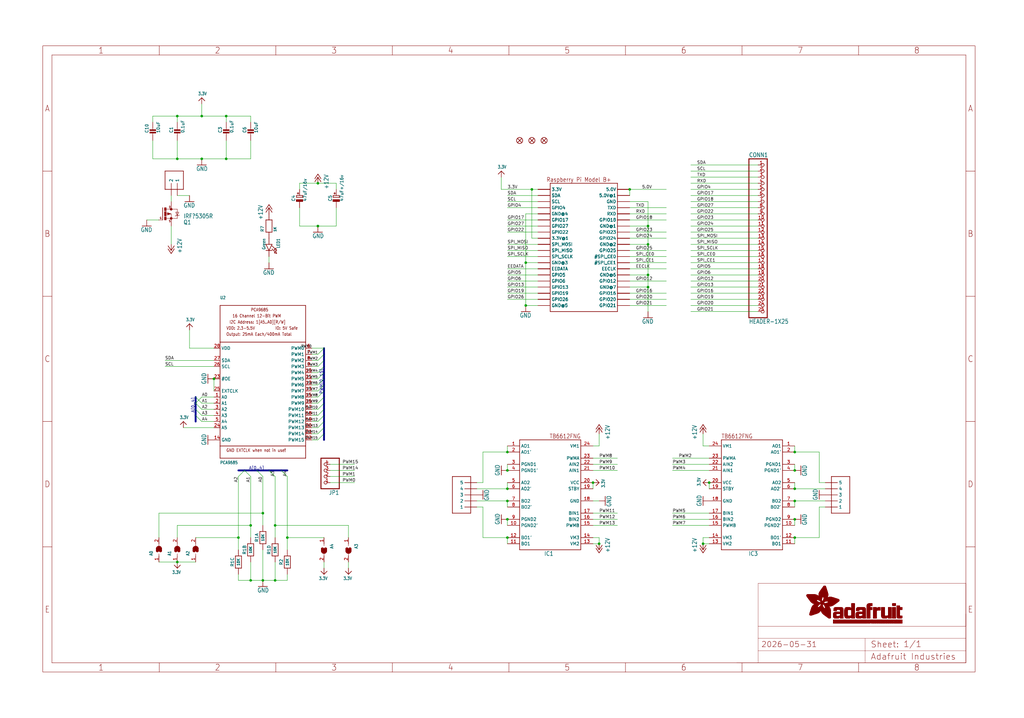
<source format=kicad_sch>
(kicad_sch (version 20230121) (generator eeschema)
  (paper "User" 425.45 298.602)
  (lib_symbols
    (symbol "working-eagle-import:+12V" (power)
      (property "Value" "+12V" (at -2.54 -5.08 90))
      (symbol "+12V_1_0"
        (pin power_in line (at 0 -2.54 90) (length 2.54) (name "+12V") (number "1"))
      )
    )
    (symbol "working-eagle-import:1X2-3.5MM"
      (symbol "1X2-3.5MM_1_0"
        (pin passive line (at -5.08 2.54 0) (length 5.08) (name "1") (number "1"))
        (pin passive line (at -5.08 0 0) (length 5.08) (name "2") (number "2"))
      )
    )
    (symbol "working-eagle-import:1X5"
      (symbol "1X5_1_0"
        (pin passive line (at -7.62 5.08 0) (length 5.08) (name "1") (number "1"))
        (pin passive line (at -7.62 2.54 0) (length 5.08) (name "2") (number "2"))
        (pin passive line (at -7.62 0 0) (length 5.08) (name "3") (number "3"))
        (pin passive line (at -7.62 -2.54 0) (length 5.08) (name "4") (number "4"))
        (pin passive line (at -7.62 -5.08 0) (length 5.08) (name "5") (number "5"))
      )
    )
    (symbol "working-eagle-import:3.3V" (power)
      (property "Value" "3.3V" (at -1.524 1.016 0))
      (symbol "3.3V_1_0"
        (pin power_in line (at 0 -2.54 90) (length 2.54) (name "3.3V") (number "1"))
      )
    )
    (symbol "working-eagle-import:CAP_CERAMIC0603_NO"
      (property "Reference" "C" (at -2.29 1.25 90))
      (symbol "CAP_CERAMIC0603_NO_1_0"
        (pin passive line (at 0 5.08 270) (length 2.54) (name "1") (number "1"))
        (pin passive line (at 0 -2.54 90) (length 2.54) (name "2") (number "2"))
      )
    )
    (symbol "working-eagle-import:CAP_CERAMIC0805-NOOUTLINE"
      (property "Reference" "C" (at -2.29 1.25 90))
      (symbol "CAP_CERAMIC0805-NOOUTLINE_1_0"
        (pin passive line (at 0 5.08 270) (length 2.54) (name "1") (number "1"))
        (pin passive line (at 0 -2.54 90) (length 2.54) (name "2") (number "2"))
      )
    )
    (symbol "working-eagle-import:CAP_ELECTROLYTICPANASONIC_C"
      (property "Reference" "C" (at -2.39 1.25 90))
      (symbol "CAP_ELECTROLYTICPANASONIC_C_1_0"
        (pin passive line (at 0 5.08 270) (length 2.54) (name "+") (number "+"))
        (pin passive line (at 0 -2.54 90) (length 2.54) (name "-") (number "-"))
      )
    )
    (symbol "working-eagle-import:FIDUCIAL_1MM")
    (symbol "working-eagle-import:FRAME_A3_ADAFRUIT"
      (symbol "FRAME_A3_ADAFRUIT_1_0"
        (text "${#}/${##}" (at 357.505 10.16 0) (effects (font (size 2.54 2.54)) (justify left bottom)))
        (text "${CURRENT_DATE}" (at 298.45 10.16 0) (effects (font (size 2.286 2.286)) (justify left bottom)))
        (text "${PROJECTNAME}" (at 298.45 15.24 0) (effects (font (size 2.54 2.54)) (justify left bottom)))
        (text "1" (at 24.2094 1.905 0) (effects (font (size 2.54 2.286))))
        (text "1" (at 24.2094 258.445 0) (effects (font (size 2.54 2.286))))
        (text "2" (at 72.6281 1.905 0) (effects (font (size 2.54 2.286))))
        (text "2" (at 72.6281 258.445 0) (effects (font (size 2.54 2.286))))
        (text "3" (at 121.0469 1.905 0) (effects (font (size 2.54 2.286))))
        (text "3" (at 121.0469 258.445 0) (effects (font (size 2.54 2.286))))
        (text "4" (at 169.4656 1.905 0) (effects (font (size 2.54 2.286))))
        (text "4" (at 169.4656 258.445 0) (effects (font (size 2.54 2.286))))
        (text "5" (at 217.8844 1.905 0) (effects (font (size 2.54 2.286))))
        (text "5" (at 217.8844 258.445 0) (effects (font (size 2.54 2.286))))
        (text "6" (at 266.3031 1.905 0) (effects (font (size 2.54 2.286))))
        (text "6" (at 266.3031 258.445 0) (effects (font (size 2.54 2.286))))
        (text "7" (at 314.7219 1.905 0) (effects (font (size 2.54 2.286))))
        (text "7" (at 314.7219 258.445 0) (effects (font (size 2.54 2.286))))
        (text "8" (at 363.1406 1.905 0) (effects (font (size 2.54 2.286))))
        (text "8" (at 363.1406 258.445 0) (effects (font (size 2.54 2.286))))
        (text "A" (at 1.905 234.315 0) (effects (font (size 2.54 2.286))))
        (text "A" (at 385.445 234.315 0) (effects (font (size 2.54 2.286))))
        (text "Adafruit Industries" (at 343.916 4.953 0) (effects (font (size 2.54 2.54)) (justify left bottom)))
        (text "B" (at 1.905 182.245 0) (effects (font (size 2.54 2.286))))
        (text "B" (at 385.445 182.245 0) (effects (font (size 2.54 2.286))))
        (text "C" (at 1.905 130.175 0) (effects (font (size 2.54 2.286))))
        (text "C" (at 385.445 130.175 0) (effects (font (size 2.54 2.286))))
        (text "D" (at 1.905 78.105 0) (effects (font (size 2.54 2.286))))
        (text "D" (at 385.445 78.105 0) (effects (font (size 2.54 2.286))))
        (text "E" (at 1.905 26.035 0) (effects (font (size 2.54 2.286))))
        (text "E" (at 385.445 26.035 0) (effects (font (size 2.54 2.286))))
        (text "Sheet:" (at 343.916 10.033 0) (effects (font (size 2.54 2.54)) (justify left bottom)))
      )
    )
    (symbol "working-eagle-import:GND" (power)
      (property "Value" "GND" (at -2.54 -2.54 0))
      (symbol "GND_1_0"
        (pin power_in line (at 0 2.54 270) (length 2.54) (name "GND") (number "1"))
      )
    )
    (symbol "working-eagle-import:HEADER-1X25"
      (property "Reference" "CONN" (at -3.81 33.655 0))
      (symbol "HEADER-1X25_1_0"
        (pin passive inverted (at 0 30.48 0) (length 2.54) (name "1") (number "1"))
        (pin passive inverted (at 0 7.62 0) (length 2.54) (name "10") (number "10"))
        (pin passive inverted (at 0 5.08 0) (length 2.54) (name "11") (number "11"))
        (pin passive inverted (at 0 2.54 0) (length 2.54) (name "12") (number "12"))
        (pin passive inverted (at 0 0 0) (length 2.54) (name "13") (number "13"))
        (pin passive inverted (at 0 -2.54 0) (length 2.54) (name "14") (number "14"))
        (pin passive inverted (at 0 -5.08 0) (length 2.54) (name "15") (number "15"))
        (pin passive inverted (at 0 -7.62 0) (length 2.54) (name "16") (number "16"))
        (pin passive inverted (at 0 -10.16 0) (length 2.54) (name "17") (number "17"))
        (pin passive inverted (at 0 -12.7 0) (length 2.54) (name "18") (number "18"))
        (pin passive inverted (at 0 -15.24 0) (length 2.54) (name "19") (number "19"))
        (pin passive inverted (at 0 27.94 0) (length 2.54) (name "2") (number "2"))
        (pin passive inverted (at 0 -17.78 0) (length 2.54) (name "20") (number "20"))
        (pin passive inverted (at 0 -20.32 0) (length 2.54) (name "21") (number "21"))
        (pin passive inverted (at 0 -22.86 0) (length 2.54) (name "22") (number "22"))
        (pin passive inverted (at 0 -25.4 0) (length 2.54) (name "23") (number "23"))
        (pin passive inverted (at 0 -27.94 0) (length 2.54) (name "24") (number "24"))
        (pin passive inverted (at 0 -30.48 0) (length 2.54) (name "25") (number "25"))
        (pin passive inverted (at 0 25.4 0) (length 2.54) (name "3") (number "3"))
        (pin passive inverted (at 0 22.86 0) (length 2.54) (name "4") (number "4"))
        (pin passive inverted (at 0 20.32 0) (length 2.54) (name "5") (number "5"))
        (pin passive inverted (at 0 17.78 0) (length 2.54) (name "6") (number "6"))
        (pin passive inverted (at 0 15.24 0) (length 2.54) (name "7") (number "7"))
        (pin passive inverted (at 0 12.7 0) (length 2.54) (name "8") (number "8"))
        (pin passive inverted (at 0 10.16 0) (length 2.54) (name "9") (number "9"))
      )
    )
    (symbol "working-eagle-import:HEADER-1X4ROUND"
      (property "Reference" "JP" (at -6.35 8.255 0))
      (symbol "HEADER-1X4ROUND_1_0"
        (pin passive inverted (at -2.54 5.08 0) (length 2.54) (name "1") (number "1"))
        (pin passive inverted (at -2.54 2.54 0) (length 2.54) (name "2") (number "2"))
        (pin passive inverted (at -2.54 0 0) (length 2.54) (name "3") (number "3"))
        (pin passive inverted (at -2.54 -2.54 0) (length 2.54) (name "4") (number "4"))
      )
    )
    (symbol "working-eagle-import:IRF?5305R"
      (property "Reference" "Q" (at 7.62 2.54 0))
      (symbol "IRF?5305R_1_0"
        (text "D" (at 1.524 -3.302 0) (effects (font (size 0.8128 0.6908)) (justify left bottom)))
        (text "G" (at -2.286 1.27 0) (effects (font (size 0.8128 0.6908)) (justify left bottom)))
        (text "S" (at 1.524 2.54 0) (effects (font (size 0.8128 0.6908)) (justify left bottom)))
        (pin passive line (at -2.54 2.54 0) (length 0) (name "G") (number "1"))
        (pin passive line (at 2.54 5.08 270) (length 2.54) (name "S") (number "3"))
        (pin passive line (at 2.54 -5.08 90) (length 2.54) (name "D") (number "4"))
      )
    )
    (symbol "working-eagle-import:LED0805_NOOUTLINE"
      (property "Reference" "D" (at -1.27 4.445 0))
      (symbol "LED0805_NOOUTLINE_1_0"
        (pin passive line (at -5.08 0 0) (length 2.54) (name "A") (number "A"))
        (pin passive line (at 2.54 0 180) (length 2.54) (name "C") (number "C"))
      )
    )
    (symbol "working-eagle-import:PCA9685"
      (property "Reference" "U" (at -17.78 35.56 0))
      (symbol "PCA9685_1_0"
        (text "16 Channel 12-Bit PWM" (at -12.7 27.94 0) (effects (font (size 1.27 1.0795)) (justify left bottom)))
        (text "GND EXTCLK when not in use!" (at -15.24 -27.94 0) (effects (font (size 1.27 1.0795)) (justify left bottom)))
        (text "I2C Address: 1[A5..A0][R/W]" (at -13.97 25.4 0) (effects (font (size 1.27 1.0795)) (justify left bottom)))
        (text "IO: 5V Safe" (at 5.08 22.86 0) (effects (font (size 1.27 1.0795)) (justify left bottom)))
        (text "Output: 25mA Each/400mA Total" (at -15.24 20.32 0) (effects (font (size 1.27 1.0795)) (justify left bottom)))
        (text "PCA9685" (at -5.08 30.48 0) (effects (font (size 1.27 1.0795)) (justify left bottom)))
        (text "VDD: 2.3-5.5V" (at -15.24 22.86 0) (effects (font (size 1.27 1.0795)) (justify left bottom)))
        (pin bidirectional line (at -20.32 -5.08 0) (length 2.54) (name "A0") (number "1"))
        (pin output line (at 20.32 5.08 180) (length 2.54) (name "PWM4") (number "10"))
        (pin output line (at 20.32 2.54 180) (length 2.54) (name "PWM5") (number "11"))
        (pin output line (at 20.32 0 180) (length 2.54) (name "PWM6") (number "12"))
        (pin output line (at 20.32 -2.54 180) (length 2.54) (name "PWM7") (number "13"))
        (pin power_in line (at -20.32 -22.86 0) (length 2.54) (name "GND") (number "14"))
        (pin output line (at 20.32 -5.08 180) (length 2.54) (name "PWM8") (number "15"))
        (pin output line (at 20.32 -7.62 180) (length 2.54) (name "PWM9") (number "16"))
        (pin output line (at 20.32 -10.16 180) (length 2.54) (name "PWM10") (number "17"))
        (pin output line (at 20.32 -12.7 180) (length 2.54) (name "PWM11") (number "18"))
        (pin output line (at 20.32 -15.24 180) (length 2.54) (name "PWM12") (number "19"))
        (pin bidirectional line (at -20.32 -7.62 0) (length 2.54) (name "A1") (number "2"))
        (pin output line (at 20.32 -17.78 180) (length 2.54) (name "PWM13") (number "20"))
        (pin output line (at 20.32 -20.32 180) (length 2.54) (name "PWM14") (number "21"))
        (pin output line (at 20.32 -22.86 180) (length 2.54) (name "PWM15") (number "22"))
        (pin input line (at -20.32 2.54 0) (length 2.54) (name "#OE") (number "23"))
        (pin bidirectional line (at -20.32 -17.78 0) (length 2.54) (name "A5") (number "24"))
        (pin input line (at -20.32 -2.54 0) (length 2.54) (name "EXTCLK") (number "25"))
        (pin bidirectional line (at -20.32 7.62 0) (length 2.54) (name "SCL") (number "26"))
        (pin bidirectional line (at -20.32 10.16 0) (length 2.54) (name "SDA") (number "27"))
        (pin power_in line (at -20.32 15.24 0) (length 2.54) (name "VDD") (number "28"))
        (pin bidirectional line (at -20.32 -10.16 0) (length 2.54) (name "A2") (number "3"))
        (pin bidirectional line (at -20.32 -12.7 0) (length 2.54) (name "A3") (number "4"))
        (pin bidirectional line (at -20.32 -15.24 0) (length 2.54) (name "A4") (number "5"))
        (pin output line (at 20.32 15.24 180) (length 2.54) (name "PWM0") (number "6"))
        (pin output line (at 20.32 12.7 180) (length 2.54) (name "PWM1") (number "7"))
        (pin output line (at 20.32 10.16 180) (length 2.54) (name "PWM2") (number "8"))
        (pin output line (at 20.32 7.62 180) (length 2.54) (name "PWM3") (number "9"))
      )
    )
    (symbol "working-eagle-import:RASPBERRYPI_BPLUS_BONNET_THMSMT"
      (symbol "RASPBERRYPI_BPLUS_BONNET_THMSMT_1_0"
        (text "Raspberry Pi Model B+" (at 12.7 25.4 0) (effects (font (size 1.778 1.5113)) (justify right top)))
        (pin power_in line (at -17.78 20.32 0) (length 5.08) (name "3.3V") (number "1"))
        (pin bidirectional line (at 20.32 10.16 180) (length 5.08) (name "RXD") (number "10"))
        (pin bidirectional line (at -17.78 7.62 0) (length 5.08) (name "GPIO17") (number "11"))
        (pin bidirectional line (at 20.32 7.62 180) (length 5.08) (name "GPIO18") (number "12"))
        (pin bidirectional line (at -17.78 5.08 0) (length 5.08) (name "GPIO27") (number "13"))
        (pin power_in line (at 20.32 5.08 180) (length 5.08) (name "GND@1") (number "14"))
        (pin bidirectional line (at -17.78 2.54 0) (length 5.08) (name "GPIO22") (number "15"))
        (pin bidirectional line (at 20.32 2.54 180) (length 5.08) (name "GPIO23") (number "16"))
        (pin power_in line (at -17.78 0 0) (length 5.08) (name "3.3V@1") (number "17"))
        (pin bidirectional line (at 20.32 0 180) (length 5.08) (name "GPIO24") (number "18"))
        (pin bidirectional line (at -17.78 -2.54 0) (length 5.08) (name "SPI_MOSI") (number "19"))
        (pin power_in line (at 20.32 20.32 180) (length 5.08) (name "5.0V") (number "2"))
        (pin power_in line (at 20.32 -2.54 180) (length 5.08) (name "GND@2") (number "20"))
        (pin bidirectional line (at -17.78 -5.08 0) (length 5.08) (name "SPI_MISO") (number "21"))
        (pin bidirectional line (at 20.32 -5.08 180) (length 5.08) (name "GPIO25") (number "22"))
        (pin bidirectional line (at -17.78 -7.62 0) (length 5.08) (name "SPI_SCLK") (number "23"))
        (pin bidirectional line (at 20.32 -7.62 180) (length 5.08) (name "#SPI_CE0") (number "24"))
        (pin power_in line (at -17.78 -10.16 0) (length 5.08) (name "GND@3") (number "25"))
        (pin bidirectional line (at 20.32 -10.16 180) (length 5.08) (name "#SPI_CE1") (number "26"))
        (pin bidirectional line (at -17.78 -12.7 0) (length 5.08) (name "EEDATA") (number "27"))
        (pin bidirectional line (at 20.32 -12.7 180) (length 5.08) (name "EECLK") (number "28"))
        (pin bidirectional line (at -17.78 -15.24 0) (length 5.08) (name "GPIO5") (number "29"))
        (pin bidirectional line (at -17.78 17.78 0) (length 5.08) (name "SDA") (number "3"))
        (pin power_in line (at 20.32 -15.24 180) (length 5.08) (name "GND@6") (number "30"))
        (pin bidirectional line (at -17.78 -17.78 0) (length 5.08) (name "GPIO6") (number "31"))
        (pin bidirectional line (at 20.32 -17.78 180) (length 5.08) (name "GPIO12") (number "32"))
        (pin bidirectional line (at -17.78 -20.32 0) (length 5.08) (name "GPIO13") (number "33"))
        (pin power_in line (at 20.32 -20.32 180) (length 5.08) (name "GND@7") (number "34"))
        (pin bidirectional line (at -17.78 -22.86 0) (length 5.08) (name "GPIO19") (number "35"))
        (pin bidirectional line (at 20.32 -22.86 180) (length 5.08) (name "GPIO16") (number "36"))
        (pin bidirectional line (at -17.78 -25.4 0) (length 5.08) (name "GPIO26") (number "37"))
        (pin bidirectional line (at 20.32 -25.4 180) (length 5.08) (name "GPIO20") (number "38"))
        (pin power_in line (at -17.78 -27.94 0) (length 5.08) (name "GND@5") (number "39"))
        (pin power_in line (at 20.32 17.78 180) (length 5.08) (name "5.0V@1") (number "4"))
        (pin bidirectional line (at 20.32 -27.94 180) (length 5.08) (name "GPIO21") (number "40"))
        (pin bidirectional line (at -17.78 15.24 0) (length 5.08) (name "SCL") (number "5"))
        (pin power_in line (at 20.32 15.24 180) (length 5.08) (name "GND") (number "6"))
        (pin bidirectional line (at -17.78 12.7 0) (length 5.08) (name "GPIO4") (number "7"))
        (pin bidirectional line (at 20.32 12.7 180) (length 5.08) (name "TXD") (number "8"))
        (pin power_in line (at -17.78 10.16 0) (length 5.08) (name "GND@4") (number "9"))
        (pin power_in line (at -17.78 20.32 0) (length 5.08) (name "3.3V") (number "S1"))
        (pin bidirectional line (at 20.32 10.16 180) (length 5.08) (name "RXD") (number "S10"))
        (pin bidirectional line (at -17.78 7.62 0) (length 5.08) (name "GPIO17") (number "S11"))
        (pin bidirectional line (at 20.32 7.62 180) (length 5.08) (name "GPIO18") (number "S12"))
        (pin bidirectional line (at -17.78 5.08 0) (length 5.08) (name "GPIO27") (number "S13"))
        (pin power_in line (at 20.32 5.08 180) (length 5.08) (name "GND@1") (number "S14"))
        (pin bidirectional line (at -17.78 2.54 0) (length 5.08) (name "GPIO22") (number "S15"))
        (pin bidirectional line (at 20.32 2.54 180) (length 5.08) (name "GPIO23") (number "S16"))
        (pin power_in line (at -17.78 0 0) (length 5.08) (name "3.3V@1") (number "S17"))
        (pin bidirectional line (at 20.32 0 180) (length 5.08) (name "GPIO24") (number "S18"))
        (pin bidirectional line (at -17.78 -2.54 0) (length 5.08) (name "SPI_MOSI") (number "S19"))
        (pin power_in line (at 20.32 20.32 180) (length 5.08) (name "5.0V") (number "S2"))
        (pin power_in line (at 20.32 -2.54 180) (length 5.08) (name "GND@2") (number "S20"))
        (pin bidirectional line (at -17.78 -5.08 0) (length 5.08) (name "SPI_MISO") (number "S21"))
        (pin bidirectional line (at 20.32 -5.08 180) (length 5.08) (name "GPIO25") (number "S22"))
        (pin bidirectional line (at -17.78 -7.62 0) (length 5.08) (name "SPI_SCLK") (number "S23"))
        (pin bidirectional line (at 20.32 -7.62 180) (length 5.08) (name "#SPI_CE0") (number "S24"))
        (pin power_in line (at -17.78 -10.16 0) (length 5.08) (name "GND@3") (number "S25"))
        (pin bidirectional line (at 20.32 -10.16 180) (length 5.08) (name "#SPI_CE1") (number "S26"))
        (pin bidirectional line (at -17.78 -12.7 0) (length 5.08) (name "EEDATA") (number "S27"))
        (pin bidirectional line (at 20.32 -12.7 180) (length 5.08) (name "EECLK") (number "S28"))
        (pin bidirectional line (at -17.78 -15.24 0) (length 5.08) (name "GPIO5") (number "S29"))
        (pin bidirectional line (at -17.78 17.78 0) (length 5.08) (name "SDA") (number "S3"))
        (pin power_in line (at 20.32 -15.24 180) (length 5.08) (name "GND@6") (number "S30"))
        (pin bidirectional line (at -17.78 -17.78 0) (length 5.08) (name "GPIO6") (number "S31"))
        (pin bidirectional line (at 20.32 -17.78 180) (length 5.08) (name "GPIO12") (number "S32"))
        (pin bidirectional line (at -17.78 -20.32 0) (length 5.08) (name "GPIO13") (number "S33"))
        (pin power_in line (at 20.32 -20.32 180) (length 5.08) (name "GND@7") (number "S34"))
        (pin bidirectional line (at -17.78 -22.86 0) (length 5.08) (name "GPIO19") (number "S35"))
        (pin bidirectional line (at 20.32 -22.86 180) (length 5.08) (name "GPIO16") (number "S36"))
        (pin bidirectional line (at -17.78 -25.4 0) (length 5.08) (name "GPIO26") (number "S37"))
        (pin bidirectional line (at 20.32 -25.4 180) (length 5.08) (name "GPIO20") (number "S38"))
        (pin power_in line (at -17.78 -27.94 0) (length 5.08) (name "GND@5") (number "S39"))
        (pin power_in line (at 20.32 17.78 180) (length 5.08) (name "5.0V@1") (number "S4"))
        (pin bidirectional line (at 20.32 -27.94 180) (length 5.08) (name "GPIO21") (number "S40"))
        (pin bidirectional line (at -17.78 15.24 0) (length 5.08) (name "SCL") (number "S5"))
        (pin power_in line (at 20.32 15.24 180) (length 5.08) (name "GND") (number "S6"))
        (pin bidirectional line (at -17.78 12.7 0) (length 5.08) (name "GPIO4") (number "S7"))
        (pin bidirectional line (at 20.32 12.7 180) (length 5.08) (name "TXD") (number "S8"))
        (pin power_in line (at -17.78 10.16 0) (length 5.08) (name "GND@4") (number "S9"))
      )
    )
    (symbol "working-eagle-import:RESISTOR_0603_NOOUT"
      (property "Reference" "R" (at 0 2.54 0))
      (symbol "RESISTOR_0603_NOOUT_1_0"
        (pin passive line (at -5.08 0 0) (length 2.54) (name "1") (number "1"))
        (pin passive line (at 5.08 0 180) (length 2.54) (name "2") (number "2"))
      )
    )
    (symbol "working-eagle-import:RESISTOR_4PACK"
      (property "Reference" "R" (at 0 2.54 0))
      (symbol "RESISTOR_4PACK_1_0"
        (pin passive line (at -5.08 0 0) (length 2.54) (name "1") (number "1"))
        (pin passive line (at 5.08 0 180) (length 2.54) (name "2") (number "8"))
      )
      (symbol "RESISTOR_4PACK_2_0"
        (pin passive line (at -5.08 0 0) (length 2.54) (name "1") (number "2"))
        (pin passive line (at 5.08 0 180) (length 2.54) (name "2") (number "7"))
      )
      (symbol "RESISTOR_4PACK_3_0"
        (pin passive line (at -5.08 0 0) (length 2.54) (name "1") (number "3"))
        (pin passive line (at 5.08 0 180) (length 2.54) (name "2") (number "6"))
      )
      (symbol "RESISTOR_4PACK_4_0"
        (pin passive line (at -5.08 0 0) (length 2.54) (name "1") (number "4"))
        (pin passive line (at 5.08 0 180) (length 2.54) (name "2") (number "5"))
      )
    )
    (symbol "working-eagle-import:SOLDERJUMPERREFLOW_NOPASTE"
      (property "Reference" "SJ" (at -2.54 2.54 0))
      (symbol "SOLDERJUMPERREFLOW_NOPASTE_1_0"
        (pin passive line (at -5.08 0 0) (length 2.54) (name "1") (number "1"))
        (pin passive line (at 5.08 0 180) (length 2.54) (name "2") (number "2"))
      )
    )
    (symbol "working-eagle-import:TB6612FNG"
      (property "Reference" "IC" (at -2.54 -25.4 0))
      (symbol "TB6612FNG_1_0"
        (text "TB6612FNG" (at 12.7 25.4 0) (effects (font (size 1.778 1.5113)) (justify right top)))
        (pin output line (at -17.78 20.32 0) (length 5.08) (name "AO1") (number "1"))
        (pin power_in line (at -17.78 -12.7 0) (length 5.08) (name "PGND2'") (number "10"))
        (pin output line (at -17.78 -20.32 0) (length 5.08) (name "BO1") (number "11"))
        (pin output line (at -17.78 -17.78 0) (length 5.08) (name "BO1'") (number "12"))
        (pin power_in line (at 17.78 -20.32 180) (length 5.08) (name "VM2") (number "13"))
        (pin power_in line (at 17.78 -17.78 180) (length 5.08) (name "VM3") (number "14"))
        (pin input line (at 17.78 -12.7 180) (length 5.08) (name "PWMB") (number "15"))
        (pin input line (at 17.78 -10.16 180) (length 5.08) (name "BIN2") (number "16"))
        (pin input line (at 17.78 -7.62 180) (length 5.08) (name "BIN1") (number "17"))
        (pin power_in line (at 17.78 -2.54 180) (length 5.08) (name "GND") (number "18"))
        (pin input line (at 17.78 2.54 180) (length 5.08) (name "STBY") (number "19"))
        (pin output line (at -17.78 17.78 0) (length 5.08) (name "AO1'") (number "2"))
        (pin power_in line (at 17.78 5.08 180) (length 5.08) (name "VCC") (number "20"))
        (pin input line (at 17.78 10.16 180) (length 5.08) (name "AIN1") (number "21"))
        (pin input line (at 17.78 12.7 180) (length 5.08) (name "AIN2") (number "22"))
        (pin input line (at 17.78 15.24 180) (length 5.08) (name "PWMA") (number "23"))
        (pin power_in line (at 17.78 20.32 180) (length 5.08) (name "VM1") (number "24"))
        (pin power_in line (at -17.78 12.7 0) (length 5.08) (name "PGND1") (number "3"))
        (pin power_in line (at -17.78 10.16 0) (length 5.08) (name "PGND1'") (number "4"))
        (pin output line (at -17.78 5.08 0) (length 5.08) (name "AO2") (number "5"))
        (pin output line (at -17.78 2.54 0) (length 5.08) (name "AO2'") (number "6"))
        (pin output line (at -17.78 -2.54 0) (length 5.08) (name "BO2") (number "7"))
        (pin output line (at -17.78 -5.08 0) (length 5.08) (name "BO2'") (number "8"))
        (pin power_in line (at -17.78 -10.16 0) (length 5.08) (name "PGND2") (number "9"))
      )
    )
  )
  (junction (at 88.9 157.48))
  (junction (at 269.24 93.98))
  (junction (at 83.82 66.04))
  (junction (at 292.1 226.06))
  (junction (at 248.92 226.06))
  (junction (at 114.3 241.3))
  (junction (at 73.66 233.68))
  (junction (at 73.66 66.04))
  (junction (at 218.44 127))
  (junction (at 114.3 218.44))
  (junction (at 261.62 78.74))
  (junction (at 93.98 66.04))
  (junction (at 218.44 109.22))
  (junction (at 210.82 203.2))
  (junction (at 104.14 218.44))
  (junction (at 210.82 223.52))
  (junction (at 132.08 93.98))
  (junction (at 119.38 223.52))
  (junction (at 246.38 200.66))
  (junction (at 330.2 203.2))
  (junction (at 210.82 215.9))
  (junction (at 220.98 78.74))
  (junction (at 93.98 48.26))
  (junction (at 210.82 208.28))
  (junction (at 330.2 195.58))
  (junction (at 294.64 200.66))
  (junction (at 330.2 208.28))
  (junction (at 99.06 223.52))
  (junction (at 73.66 48.26))
  (junction (at 109.22 241.3))
  (junction (at 269.24 101.6))
  (junction (at 132.08 76.2))
  (junction (at 330.2 215.9))
  (junction (at 269.24 114.3))
  (junction (at 104.14 241.3))
  (junction (at 330.2 223.52))
  (junction (at 330.2 187.96))
  (junction (at 109.22 213.36))
  (junction (at 210.82 187.96))
  (junction (at 210.82 195.58))
  (junction (at 269.24 119.38))
  (junction (at 83.82 48.26))
  (bus_entry (at 132.08 165.1) (size 2.54 -2.54))
  (bus_entry (at 132.08 157.48) (size 2.54 -2.54))
  (bus_entry (at 132.08 175.26) (size 2.54 -2.54))
  (bus_entry (at 104.14 198.12) (size -2.54 -2.54))
  (bus_entry (at 132.08 180.34) (size 2.54 -2.54))
  (bus_entry (at 132.08 162.56) (size 2.54 -2.54))
  (bus_entry (at 132.08 147.32) (size 2.54 -2.54))
  (bus_entry (at 132.08 152.4) (size 2.54 -2.54))
  (bus_entry (at 132.08 177.8) (size 2.54 -2.54))
  (bus_entry (at 132.08 154.94) (size 2.54 -2.54))
  (bus_entry (at 119.38 198.12) (size -2.54 -2.54))
  (bus_entry (at 132.08 167.64) (size 2.54 -2.54))
  (bus_entry (at 114.3 198.12) (size -2.54 -2.54))
  (bus_entry (at 132.08 170.18) (size 2.54 -2.54))
  (bus_entry (at 99.06 198.12) (size 2.54 -2.54))
  (bus_entry (at 132.08 182.88) (size 2.54 -2.54))
  (bus_entry (at 109.22 198.12) (size -2.54 -2.54))
  (bus_entry (at 83.82 170.18) (size -2.54 -2.54))
  (bus_entry (at 83.82 167.64) (size -2.54 -2.54))
  (bus_entry (at 83.82 165.1) (size -2.54 2.54))
  (bus_entry (at 132.08 160.02) (size 2.54 -2.54))
  (bus_entry (at 83.82 175.26) (size -2.54 -2.54))
  (bus_entry (at 83.82 172.72) (size -2.54 -2.54))
  (bus_entry (at 132.08 172.72) (size 2.54 -2.54))
  (bus_entry (at 132.08 149.86) (size 2.54 -2.54))
  (wire (pts (xy 76.2 177.8) (xy 88.9 177.8)) (stroke (width 0.1524)))
  (bus (pts (xy 134.62 167.64) (xy 134.62 170.18)) (stroke (width 0.762)))
  (wire (pts (xy 220.98 99.06) (xy 223.52 99.06)) (stroke (width 0.1524)))
  (wire (pts (xy 340.36 223.52) (xy 340.36 210.82)) (stroke (width 0.1524)))
  (wire (pts (xy 261.62 127) (xy 276.86 127)) (stroke (width 0.1524)))
  (bus (pts (xy 134.62 170.18) (xy 134.62 172.72)) (stroke (width 0.762)))
  (wire (pts (xy 223.52 81.28) (xy 210.82 81.28)) (stroke (width 0.1524)))
  (wire (pts (xy 104.14 223.52) (xy 104.14 218.44)) (stroke (width 0.1524)))
  (bus (pts (xy 101.6 195.58) (xy 106.68 195.58)) (stroke (width 0.762)))
  (wire (pts (xy 83.82 165.1) (xy 88.9 165.1)) (stroke (width 0.1524)))
  (wire (pts (xy 73.66 81.28) (xy 78.74 81.28)) (stroke (width 0.1524)))
  (wire (pts (xy 210.82 208.28) (xy 210.82 210.82)) (stroke (width 0.1524)))
  (wire (pts (xy 246.38 215.9) (xy 256.54 215.9)) (stroke (width 0.1524)))
  (wire (pts (xy 287.02 76.2) (xy 314.96 76.2)) (stroke (width 0.1524)))
  (wire (pts (xy 210.82 121.92) (xy 223.52 121.92)) (stroke (width 0.1524)))
  (wire (pts (xy 294.64 195.58) (xy 279.4 195.58)) (stroke (width 0.1524)))
  (wire (pts (xy 78.74 137.16) (xy 78.74 144.78)) (stroke (width 0.1524)))
  (bus (pts (xy 81.28 167.64) (xy 81.28 170.18)) (stroke (width 0.762)))
  (wire (pts (xy 287.02 124.46) (xy 314.96 124.46)) (stroke (width 0.1524)))
  (bus (pts (xy 116.84 195.58) (xy 119.38 195.58)) (stroke (width 0.762)))
  (wire (pts (xy 314.96 106.68) (xy 287.02 106.68)) (stroke (width 0.1524)))
  (wire (pts (xy 210.82 185.42) (xy 210.82 187.96)) (stroke (width 0.1524)))
  (wire (pts (xy 261.62 93.98) (xy 269.24 93.98)) (stroke (width 0.1524)))
  (wire (pts (xy 314.96 91.44) (xy 287.02 91.44)) (stroke (width 0.1524)))
  (wire (pts (xy 261.62 111.76) (xy 276.86 111.76)) (stroke (width 0.1524)))
  (wire (pts (xy 287.02 81.28) (xy 314.96 81.28)) (stroke (width 0.1524)))
  (wire (pts (xy 261.62 104.14) (xy 276.86 104.14)) (stroke (width 0.1524)))
  (wire (pts (xy 330.2 215.9) (xy 330.2 218.44)) (stroke (width 0.1524)))
  (wire (pts (xy 287.02 88.9) (xy 314.96 88.9)) (stroke (width 0.1524)))
  (wire (pts (xy 104.14 66.04) (xy 104.14 58.42)) (stroke (width 0.1524)))
  (wire (pts (xy 287.02 114.3) (xy 314.96 114.3)) (stroke (width 0.1524)))
  (wire (pts (xy 210.82 200.66) (xy 210.82 203.2)) (stroke (width 0.1524)))
  (bus (pts (xy 134.62 172.72) (xy 134.62 175.26)) (stroke (width 0.762)))
  (wire (pts (xy 200.66 210.82) (xy 200.66 223.52)) (stroke (width 0.1524)))
  (wire (pts (xy 132.08 76.2) (xy 139.7 76.2)) (stroke (width 0.1524)))
  (bus (pts (xy 134.62 160.02) (xy 134.62 162.56)) (stroke (width 0.762)))
  (wire (pts (xy 200.66 223.52) (xy 210.82 223.52)) (stroke (width 0.1524)))
  (wire (pts (xy 109.22 228.6) (xy 109.22 241.3)) (stroke (width 0.1524)))
  (wire (pts (xy 223.52 83.82) (xy 210.82 83.82)) (stroke (width 0.1524)))
  (wire (pts (xy 114.3 218.44) (xy 114.3 198.12)) (stroke (width 0.1524)))
  (wire (pts (xy 73.66 223.52) (xy 73.66 218.44)) (stroke (width 0.1524)))
  (wire (pts (xy 104.14 241.3) (xy 99.06 241.3)) (stroke (width 0.1524)))
  (wire (pts (xy 210.82 223.52) (xy 210.82 226.06)) (stroke (width 0.1524)))
  (wire (pts (xy 314.96 121.92) (xy 287.02 121.92)) (stroke (width 0.1524)))
  (bus (pts (xy 134.62 149.86) (xy 134.62 152.4)) (stroke (width 0.762)))
  (wire (pts (xy 314.96 96.52) (xy 287.02 96.52)) (stroke (width 0.1524)))
  (wire (pts (xy 99.06 228.6) (xy 99.06 223.52)) (stroke (width 0.1524)))
  (wire (pts (xy 261.62 124.46) (xy 276.86 124.46)) (stroke (width 0.1524)))
  (wire (pts (xy 88.9 152.4) (xy 68.58 152.4)) (stroke (width 0.1524)))
  (wire (pts (xy 330.2 208.28) (xy 342.9 208.28)) (stroke (width 0.1524)))
  (bus (pts (xy 134.62 177.8) (xy 134.62 180.34)) (stroke (width 0.762)))
  (wire (pts (xy 269.24 119.38) (xy 269.24 129.54)) (stroke (width 0.1524)))
  (wire (pts (xy 93.98 48.26) (xy 83.82 48.26)) (stroke (width 0.1524)))
  (wire (pts (xy 132.08 93.98) (xy 139.7 93.98)) (stroke (width 0.1524)))
  (wire (pts (xy 223.52 86.36) (xy 210.82 86.36)) (stroke (width 0.1524)))
  (wire (pts (xy 129.54 147.32) (xy 132.08 147.32)) (stroke (width 0.1524)))
  (wire (pts (xy 93.98 66.04) (xy 93.98 58.42)) (stroke (width 0.1524)))
  (wire (pts (xy 330.2 223.52) (xy 340.36 223.52)) (stroke (width 0.1524)))
  (wire (pts (xy 287.02 71.12) (xy 314.96 71.12)) (stroke (width 0.1524)))
  (wire (pts (xy 261.62 121.92) (xy 276.86 121.92)) (stroke (width 0.1524)))
  (bus (pts (xy 134.62 165.1) (xy 134.62 167.64)) (stroke (width 0.762)))
  (wire (pts (xy 119.38 241.3) (xy 119.38 238.76)) (stroke (width 0.1524)))
  (wire (pts (xy 287.02 99.06) (xy 314.96 99.06)) (stroke (width 0.1524)))
  (wire (pts (xy 246.38 213.36) (xy 256.54 213.36)) (stroke (width 0.1524)))
  (wire (pts (xy 287.02 119.38) (xy 314.96 119.38)) (stroke (width 0.1524)))
  (wire (pts (xy 223.52 111.76) (xy 210.82 111.76)) (stroke (width 0.1524)))
  (wire (pts (xy 129.54 177.8) (xy 132.08 177.8)) (stroke (width 0.1524)))
  (wire (pts (xy 83.82 167.64) (xy 88.9 167.64)) (stroke (width 0.1524)))
  (bus (pts (xy 81.28 165.1) (xy 81.28 167.64)) (stroke (width 0.762)))
  (bus (pts (xy 134.62 175.26) (xy 134.62 177.8)) (stroke (width 0.762)))
  (wire (pts (xy 314.96 111.76) (xy 287.02 111.76)) (stroke (width 0.1524)))
  (wire (pts (xy 88.9 149.86) (xy 68.58 149.86)) (stroke (width 0.1524)))
  (wire (pts (xy 287.02 83.82) (xy 314.96 83.82)) (stroke (width 0.1524)))
  (wire (pts (xy 63.5 66.04) (xy 63.5 58.42)) (stroke (width 0.1524)))
  (wire (pts (xy 294.64 193.04) (xy 279.4 193.04)) (stroke (width 0.1524)))
  (wire (pts (xy 269.24 93.98) (xy 269.24 101.6)) (stroke (width 0.1524)))
  (wire (pts (xy 83.82 172.72) (xy 88.9 172.72)) (stroke (width 0.1524)))
  (wire (pts (xy 83.82 66.04) (xy 93.98 66.04)) (stroke (width 0.1524)))
  (wire (pts (xy 63.5 48.26) (xy 73.66 48.26)) (stroke (width 0.1524)))
  (wire (pts (xy 330.2 226.06) (xy 330.2 223.52)) (stroke (width 0.1524)))
  (wire (pts (xy 73.66 48.26) (xy 73.66 50.8)) (stroke (width 0.1524)))
  (wire (pts (xy 330.2 193.04) (xy 330.2 195.58)) (stroke (width 0.1524)))
  (wire (pts (xy 124.46 76.2) (xy 124.46 78.74)) (stroke (width 0.1524)))
  (wire (pts (xy 114.3 233.68) (xy 114.3 241.3)) (stroke (width 0.1524)))
  (wire (pts (xy 66.04 223.52) (xy 66.04 213.36)) (stroke (width 0.1524)))
  (wire (pts (xy 129.54 180.34) (xy 132.08 180.34)) (stroke (width 0.1524)))
  (wire (pts (xy 223.52 96.52) (xy 210.82 96.52)) (stroke (width 0.1524)))
  (wire (pts (xy 111.76 106.68) (xy 111.76 109.22)) (stroke (width 0.1524)))
  (wire (pts (xy 330.2 203.2) (xy 342.9 203.2)) (stroke (width 0.1524)))
  (wire (pts (xy 314.96 78.74) (xy 287.02 78.74)) (stroke (width 0.1524)))
  (bus (pts (xy 99.06 195.58) (xy 101.6 195.58)) (stroke (width 0.762)))
  (wire (pts (xy 129.54 149.86) (xy 132.08 149.86)) (stroke (width 0.1524)))
  (wire (pts (xy 119.38 223.52) (xy 119.38 198.12)) (stroke (width 0.1524)))
  (wire (pts (xy 83.82 48.26) (xy 73.66 48.26)) (stroke (width 0.1524)))
  (wire (pts (xy 314.96 101.6) (xy 287.02 101.6)) (stroke (width 0.1524)))
  (bus (pts (xy 134.62 180.34) (xy 134.62 182.88)) (stroke (width 0.762)))
  (wire (pts (xy 223.52 91.44) (xy 210.82 91.44)) (stroke (width 0.1524)))
  (wire (pts (xy 248.92 208.28) (xy 246.38 208.28)) (stroke (width 0.1524)))
  (wire (pts (xy 73.66 66.04) (xy 63.5 66.04)) (stroke (width 0.1524)))
  (wire (pts (xy 104.14 48.26) (xy 104.14 50.8)) (stroke (width 0.1524)))
  (wire (pts (xy 287.02 104.14) (xy 314.96 104.14)) (stroke (width 0.1524)))
  (wire (pts (xy 246.38 193.04) (xy 256.54 193.04)) (stroke (width 0.1524)))
  (wire (pts (xy 129.54 172.72) (xy 132.08 172.72)) (stroke (width 0.1524)))
  (wire (pts (xy 210.82 114.3) (xy 223.52 114.3)) (stroke (width 0.1524)))
  (wire (pts (xy 119.38 228.6) (xy 119.38 223.52)) (stroke (width 0.1524)))
  (wire (pts (xy 314.96 86.36) (xy 287.02 86.36)) (stroke (width 0.1524)))
  (wire (pts (xy 63.5 50.8) (xy 63.5 48.26)) (stroke (width 0.1524)))
  (wire (pts (xy 83.82 170.18) (xy 88.9 170.18)) (stroke (width 0.1524)))
  (wire (pts (xy 129.54 160.02) (xy 132.08 160.02)) (stroke (width 0.1524)))
  (wire (pts (xy 109.22 241.3) (xy 104.14 241.3)) (stroke (width 0.1524)))
  (bus (pts (xy 106.68 195.58) (xy 111.76 195.58)) (stroke (width 0.762)))
  (wire (pts (xy 129.54 152.4) (xy 132.08 152.4)) (stroke (width 0.1524)))
  (wire (pts (xy 81.28 223.52) (xy 99.06 223.52)) (stroke (width 0.1524)))
  (wire (pts (xy 261.62 114.3) (xy 269.24 114.3)) (stroke (width 0.1524)))
  (bus (pts (xy 134.62 157.48) (xy 134.62 160.02)) (stroke (width 0.762)))
  (wire (pts (xy 330.2 187.96) (xy 330.2 185.42)) (stroke (width 0.1524)))
  (wire (pts (xy 78.74 144.78) (xy 88.9 144.78)) (stroke (width 0.1524)))
  (wire (pts (xy 246.38 223.52) (xy 248.92 223.52)) (stroke (width 0.1524)))
  (wire (pts (xy 210.82 116.84) (xy 223.52 116.84)) (stroke (width 0.1524)))
  (bus (pts (xy 111.76 195.58) (xy 116.84 195.58)) (stroke (width 0.762)))
  (wire (pts (xy 198.12 208.28) (xy 210.82 208.28)) (stroke (width 0.1524)))
  (wire (pts (xy 129.54 175.26) (xy 132.08 175.26)) (stroke (width 0.1524)))
  (wire (pts (xy 139.7 76.2) (xy 139.7 78.74)) (stroke (width 0.1524)))
  (wire (pts (xy 261.62 99.06) (xy 276.86 99.06)) (stroke (width 0.1524)))
  (wire (pts (xy 109.22 241.3) (xy 114.3 241.3)) (stroke (width 0.1524)))
  (wire (pts (xy 218.44 109.22) (xy 218.44 88.9)) (stroke (width 0.1524)))
  (wire (pts (xy 134.62 233.68) (xy 134.62 236.22)) (stroke (width 0.1524)))
  (bus (pts (xy 81.28 170.18) (xy 81.28 172.72)) (stroke (width 0.762)))
  (wire (pts (xy 261.62 91.44) (xy 276.86 91.44)) (stroke (width 0.1524)))
  (wire (pts (xy 83.82 175.26) (xy 88.9 175.26)) (stroke (width 0.1524)))
  (wire (pts (xy 104.14 48.26) (xy 93.98 48.26)) (stroke (width 0.1524)))
  (bus (pts (xy 134.62 152.4) (xy 134.62 154.94)) (stroke (width 0.762)))
  (wire (pts (xy 261.62 119.38) (xy 269.24 119.38)) (stroke (width 0.1524)))
  (wire (pts (xy 287.02 93.98) (xy 314.96 93.98)) (stroke (width 0.1524)))
  (wire (pts (xy 261.62 86.36) (xy 276.86 86.36)) (stroke (width 0.1524)))
  (wire (pts (xy 73.66 58.42) (xy 73.66 66.04)) (stroke (width 0.1524)))
  (wire (pts (xy 261.62 81.28) (xy 261.62 78.74)) (stroke (width 0.1524)))
  (wire (pts (xy 220.98 99.06) (xy 220.98 78.74)) (stroke (width 0.1524)))
  (wire (pts (xy 210.82 124.46) (xy 223.52 124.46)) (stroke (width 0.1524)))
  (wire (pts (xy 248.92 185.42) (xy 248.92 180.34)) (stroke (width 0.1524)))
  (wire (pts (xy 132.08 76.2) (xy 124.46 76.2)) (stroke (width 0.1524)))
  (wire (pts (xy 137.16 198.12) (xy 147.32 198.12)) (stroke (width 0.1524)))
  (wire (pts (xy 340.36 187.96) (xy 340.36 200.66)) (stroke (width 0.1524)))
  (wire (pts (xy 129.54 165.1) (xy 132.08 165.1)) (stroke (width 0.1524)))
  (wire (pts (xy 314.96 68.58) (xy 287.02 68.58)) (stroke (width 0.1524)))
  (wire (pts (xy 60.96 91.44) (xy 66.04 91.44)) (stroke (width 0.1524)))
  (wire (pts (xy 137.16 200.66) (xy 147.32 200.66)) (stroke (width 0.1524)))
  (wire (pts (xy 261.62 78.74) (xy 276.86 78.74)) (stroke (width 0.1524)))
  (wire (pts (xy 340.36 210.82) (xy 342.9 210.82)) (stroke (width 0.1524)))
  (wire (pts (xy 246.38 218.44) (xy 256.54 218.44)) (stroke (width 0.1524)))
  (wire (pts (xy 294.64 185.42) (xy 292.1 185.42)) (stroke (width 0.1524)))
  (wire (pts (xy 340.36 200.66) (xy 342.9 200.66)) (stroke (width 0.1524)))
  (wire (pts (xy 223.52 78.74) (xy 220.98 78.74)) (stroke (width 0.1524)))
  (wire (pts (xy 129.54 154.94) (xy 132.08 154.94)) (stroke (width 0.1524)))
  (wire (pts (xy 104.14 218.44) (xy 104.14 198.12)) (stroke (width 0.1524)))
  (wire (pts (xy 109.22 218.44) (xy 109.22 213.36)) (stroke (width 0.1524)))
  (wire (pts (xy 210.82 101.6) (xy 223.52 101.6)) (stroke (width 0.1524)))
  (wire (pts (xy 294.64 215.9) (xy 279.4 215.9)) (stroke (width 0.1524)))
  (wire (pts (xy 129.54 167.64) (xy 132.08 167.64)) (stroke (width 0.1524)))
  (wire (pts (xy 269.24 101.6) (xy 269.24 114.3)) (stroke (width 0.1524)))
  (wire (pts (xy 246.38 185.42) (xy 248.92 185.42)) (stroke (width 0.1524)))
  (wire (pts (xy 109.22 213.36) (xy 66.04 213.36)) (stroke (width 0.1524)))
  (bus (pts (xy 134.62 147.32) (xy 134.62 149.86)) (stroke (width 0.762)))
  (wire (pts (xy 81.28 233.68) (xy 73.66 233.68)) (stroke (width 0.1524)))
  (wire (pts (xy 114.3 241.3) (xy 119.38 241.3)) (stroke (width 0.1524)))
  (wire (pts (xy 248.92 223.52) (xy 248.92 226.06)) (stroke (width 0.1524)))
  (wire (pts (xy 119.38 223.52) (xy 134.62 223.52)) (stroke (width 0.1524)))
  (wire (pts (xy 314.96 127) (xy 287.02 127)) (stroke (width 0.1524)))
  (wire (pts (xy 137.16 195.58) (xy 147.32 195.58)) (stroke (width 0.1524)))
  (wire (pts (xy 223.52 127) (xy 218.44 127)) (stroke (width 0.1524)))
  (wire (pts (xy 93.98 66.04) (xy 104.14 66.04)) (stroke (width 0.1524)))
  (wire (pts (xy 218.44 109.22) (xy 218.44 127)) (stroke (width 0.1524)))
  (wire (pts (xy 246.38 203.2) (xy 246.38 200.66)) (stroke (width 0.1524)))
  (bus (pts (xy 134.62 144.78) (xy 134.62 147.32)) (stroke (width 0.762)))
  (wire (pts (xy 144.78 236.22) (xy 144.78 233.68)) (stroke (width 0.1524)))
  (wire (pts (xy 93.98 50.8) (xy 93.98 48.26)) (stroke (width 0.1524)))
  (wire (pts (xy 114.3 223.52) (xy 114.3 218.44)) (stroke (width 0.1524)))
  (wire (pts (xy 210.82 119.38) (xy 223.52 119.38)) (stroke (width 0.1524)))
  (bus (pts (xy 134.62 162.56) (xy 134.62 165.1)) (stroke (width 0.762)))
  (wire (pts (xy 210.82 193.04) (xy 210.82 195.58)) (stroke (width 0.1524)))
  (wire (pts (xy 269.24 114.3) (xy 269.24 119.38)) (stroke (width 0.1524)))
  (wire (pts (xy 104.14 218.44) (xy 73.66 218.44)) (stroke (width 0.1524)))
  (wire (pts (xy 73.66 66.04) (xy 83.82 66.04)) (stroke (width 0.1524)))
  (wire (pts (xy 129.54 162.56) (xy 132.08 162.56)) (stroke (width 0.1524)))
  (wire (pts (xy 330.2 187.96) (xy 340.36 187.96)) (stroke (width 0.1524)))
  (wire (pts (xy 276.86 88.9) (xy 261.62 88.9)) (stroke (width 0.1524)))
  (wire (pts (xy 294.64 223.52) (xy 292.1 223.52)) (stroke (width 0.1524)))
  (wire (pts (xy 294.64 190.5) (xy 279.4 190.5)) (stroke (width 0.1524)))
  (wire (pts (xy 294.64 213.36) (xy 279.4 213.36)) (stroke (width 0.1524)))
  (wire (pts (xy 198.12 200.66) (xy 200.66 200.66)) (stroke (width 0.1524)))
  (wire (pts (xy 261.62 109.22) (xy 276.86 109.22)) (stroke (width 0.1524)))
  (wire (pts (xy 261.62 96.52) (xy 276.86 96.52)) (stroke (width 0.1524)))
  (wire (pts (xy 314.96 116.84) (xy 287.02 116.84)) (stroke (width 0.1524)))
  (wire (pts (xy 129.54 182.88) (xy 132.08 182.88)) (stroke (width 0.1524)))
  (wire (pts (xy 200.66 200.66) (xy 200.66 187.96)) (stroke (width 0.1524)))
  (wire (pts (xy 104.14 233.68) (xy 104.14 241.3)) (stroke (width 0.1524)))
  (wire (pts (xy 218.44 109.22) (xy 223.52 109.22)) (stroke (width 0.1524)))
  (wire (pts (xy 71.12 83.82) (xy 71.12 81.28)) (stroke (width 0.1524)))
  (wire (pts (xy 261.62 83.82) (xy 269.24 83.82)) (stroke (width 0.1524)))
  (wire (pts (xy 210.82 106.68) (xy 223.52 106.68)) (stroke (width 0.1524)))
  (wire (pts (xy 124.46 93.98) (xy 132.08 93.98)) (stroke (width 0.1524)))
  (wire (pts (xy 292.1 223.52) (xy 292.1 226.06)) (stroke (width 0.1524)))
  (wire (pts (xy 330.2 208.28) (xy 330.2 210.82)) (stroke (width 0.1524)))
  (wire (pts (xy 114.3 218.44) (xy 144.78 218.44)) (stroke (width 0.1524)))
  (wire (pts (xy 314.96 73.66) (xy 287.02 73.66)) (stroke (width 0.1524)))
  (wire (pts (xy 129.54 144.78) (xy 134.62 144.78)) (stroke (width 0.1524)))
  (wire (pts (xy 200.66 187.96) (xy 210.82 187.96)) (stroke (width 0.1524)))
  (wire (pts (xy 292.1 226.06) (xy 294.64 226.06)) (stroke (width 0.1524)))
  (wire (pts (xy 220.98 78.74) (xy 208.28 78.74)) (stroke (width 0.1524)))
  (wire (pts (xy 292.1 185.42) (xy 292.1 180.34)) (stroke (width 0.1524)))
  (bus (pts (xy 81.28 172.72) (xy 81.28 175.26)) (stroke (width 0.762)))
  (wire (pts (xy 261.62 101.6) (xy 269.24 101.6)) (stroke (width 0.1524)))
  (wire (pts (xy 210.82 104.14) (xy 223.52 104.14)) (stroke (width 0.1524)))
  (wire (pts (xy 261.62 106.68) (xy 276.86 106.68)) (stroke (width 0.1524)))
  (wire (pts (xy 294.64 200.66) (xy 294.64 203.2)) (stroke (width 0.1524)))
  (wire (pts (xy 246.38 195.58) (xy 256.54 195.58)) (stroke (width 0.1524)))
  (wire (pts (xy 109.22 213.36) (xy 109.22 198.12)) (stroke (width 0.1524)))
  (wire (pts (xy 99.06 238.76) (xy 99.06 241.3)) (stroke (width 0.1524)))
  (wire (pts (xy 210.82 93.98) (xy 223.52 93.98)) (stroke (width 0.1524)))
  (wire (pts (xy 261.62 116.84) (xy 276.86 116.84)) (stroke (width 0.1524)))
  (wire (pts (xy 246.38 190.5) (xy 256.54 190.5)) (stroke (width 0.1524)))
  (wire (pts (xy 83.82 43.18) (xy 83.82 48.26)) (stroke (width 0.1524)))
  (wire (pts (xy 144.78 223.52) (xy 144.78 218.44)) (stroke (width 0.1524)))
  (wire (pts (xy 294.64 218.44) (xy 279.4 218.44)) (stroke (width 0.1524)))
  (wire (pts (xy 198.12 210.82) (xy 200.66 210.82)) (stroke (width 0.1524)))
  (bus (pts (xy 134.62 154.94) (xy 134.62 157.48)) (stroke (width 0.762)))
  (wire (pts (xy 208.28 78.74) (xy 208.28 73.66)) (stroke (width 0.1524)))
  (wire (pts (xy 73.66 233.68) (xy 66.04 233.68)) (stroke (width 0.1524)))
  (wire (pts (xy 129.54 170.18) (xy 132.08 170.18)) (stroke (width 0.1524)))
  (wire (pts (xy 71.12 93.98) (xy 71.12 101.6)) (stroke (width 0.1524)))
  (wire (pts (xy 129.54 157.48) (xy 132.08 157.48)) (stroke (width 0.1524)))
  (wire (pts (xy 287.02 109.22) (xy 314.96 109.22)) (stroke (width 0.1524)))
  (wire (pts (xy 330.2 200.66) (xy 330.2 203.2)) (stroke (width 0.1524)))
  (wire (pts (xy 99.06 223.52) (xy 99.06 198.12)) (stroke (width 0.1524)))
  (wire (pts (xy 137.16 193.04) (xy 147.32 193.04)) (stroke (width 0.1524)))
  (wire (pts (xy 88.9 162.56) (xy 88.9 157.48)) (stroke (width 0.1524)))
  (wire (pts (xy 124.46 86.36) (xy 124.46 93.98)) (stroke (width 0.1524)))
  (wire (pts (xy 248.92 226.06) (xy 246.38 226.06)) (stroke (width 0.1524)))
  (wire (pts (xy 139.7 93.98) (xy 139.7 86.36)) (stroke (width 0.1524)))
  (wire (pts (xy 210.82 215.9) (xy 210.82 218.44)) (stroke (width 0.1524)))
  (wire (pts (xy 218.44 88.9) (xy 223.52 88.9)) (stroke (width 0.1524)))
  (wire (pts (xy 198.12 203.2) (xy 210.82 203.2)) (stroke (width 0.1524)))
  (wire (pts (xy 269.24 83.82) (xy 269.24 93.98)) (stroke (width 0.1524)))
  (wire (pts (xy 287.02 129.54) (xy 314.96 129.54)) (stroke (width 0.1524)))
  (label "PWM12" (at 132.08 175.26 180) (effects (font (size 1.016 1.016))))
  (label "GPIO4" (at 289.56 78.74 0) (effects (font (size 1.2446 1.2446))))
  (label "GPIO5" (at 289.56 111.76 0) (effects (font (size 1.2446 1.2446))))
  (label "PWM12" (at 248.92 215.9 0) (effects (font (size 1.2446 1.2446))))
  (label "PWM[0..15]" (at 134.62 163.83 90) (effects (font (size 1.2446 1.2446))))
  (label "GPIO19" (at 289.56 124.46 0) (effects (font (size 1.2446 1.2446))))
  (label "PWM15" (at 142.24 193.04 0) (effects (font (size 1.2446 1.2446))))
  (label "PWM13" (at 132.08 177.8 180) (effects (font (size 1.016 1.016))))
  (label "EECLK" (at 264.16 111.76 0) (effects (font (size 1.2446 1.2446))))
  (label "SPI_CE1" (at 289.56 109.22 0) (effects (font (size 1.2446 1.2446))))
  (label "SCL" (at 68.58 152.4 0) (effects (font (size 1.2446 1.2446))))
  (label "PWM14" (at 142.24 195.58 0) (effects (font (size 1.2446 1.2446))))
  (label "GPIO22" (at 210.82 96.52 0) (effects (font (size 1.2446 1.2446))))
  (label "SPI_SCLK" (at 210.82 106.68 0) (effects (font (size 1.2446 1.2446))))
  (label "RXD" (at 264.16 88.9 0) (effects (font (size 1.2446 1.2446))))
  (label "A2" (at 83.82 170.18 0) (effects (font (size 1.2446 1.2446))))
  (label "TXD" (at 264.16 86.36 0) (effects (font (size 1.2446 1.2446))))
  (label "PWM0" (at 129.54 144.78 180) (effects (font (size 1.016 1.016))))
  (label "GPIO21" (at 289.56 129.54 0) (effects (font (size 1.2446 1.2446))))
  (label "PWM5" (at 132.08 157.48 180) (effects (font (size 1.016 1.016))))
  (label "GPIO4" (at 210.82 86.36 0) (effects (font (size 1.2446 1.2446))))
  (label "GPIO18" (at 264.16 91.44 0) (effects (font (size 1.2446 1.2446))))
  (label "PWM11" (at 248.92 213.36 0) (effects (font (size 1.2446 1.2446))))
  (label "3.3V" (at 210.82 78.74 0) (effects (font (size 1.2446 1.2446))))
  (label "GPIO27" (at 289.56 86.36 0) (effects (font (size 1.2446 1.2446))))
  (label "GPIO6" (at 289.56 114.3 0) (effects (font (size 1.2446 1.2446))))
  (label "SPI_CE1" (at 264.16 109.22 0) (effects (font (size 1.2446 1.2446))))
  (label "GPIO5" (at 210.82 114.3 0) (effects (font (size 1.2446 1.2446))))
  (label "PWM6" (at 279.4 215.9 0) (effects (font (size 1.2446 1.2446))))
  (label "SCL" (at 210.82 83.82 0) (effects (font (size 1.2446 1.2446))))
  (label "GPIO25" (at 289.56 96.52 0) (effects (font (size 1.2446 1.2446))))
  (label "A3" (at 114.3 198.12 90) (effects (font (size 1.2446 1.2446))))
  (label "SPI_MISO" (at 210.82 104.14 0) (effects (font (size 1.2446 1.2446))))
  (label "GPIO24" (at 289.56 93.98 0) (effects (font (size 1.2446 1.2446))))
  (label "GPIO27" (at 210.82 93.98 0) (effects (font (size 1.2446 1.2446))))
  (label "PWM3" (at 279.4 193.04 0) (effects (font (size 1.2446 1.2446))))
  (label "PWM10" (at 132.08 170.18 180) (effects (font (size 1.016 1.016))))
  (label "PWM2" (at 132.08 149.86 180) (effects (font (size 1.016 1.016))))
  (label "SCL" (at 289.56 71.12 0) (effects (font (size 1.2446 1.2446))))
  (label "PWM13" (at 248.92 218.44 0) (effects (font (size 1.2446 1.2446))))
  (label "A[0..4]" (at 81.28 165.1 270) (effects (font (size 1.2446 1.2446))))
  (label "PWM6" (at 132.08 160.02 180) (effects (font (size 1.016 1.016))))
  (label "GPIO17" (at 289.56 81.28 0) (effects (font (size 1.2446 1.2446))))
  (label "GPIO20" (at 289.56 127 0) (effects (font (size 1.2446 1.2446))))
  (label "A2" (at 99.06 198.12 270) (effects (font (size 1.2446 1.2446))))
  (label "PWM9" (at 132.08 167.64 180) (effects (font (size 1.016 1.016))))
  (label "GPIO16" (at 289.56 121.92 0) (effects (font (size 1.2446 1.2446))))
  (label "GPIO13" (at 210.82 119.38 0) (effects (font (size 1.2446 1.2446))))
  (label "GPIO22" (at 289.56 88.9 0) (effects (font (size 1.2446 1.2446))))
  (label "PWM1" (at 142.24 198.12 0) (effects (font (size 1.2446 1.2446))))
  (label "SDA" (at 289.56 68.58 0) (effects (font (size 1.2446 1.2446))))
  (label "GPIO21" (at 264.16 127 0) (effects (font (size 1.2446 1.2446))))
  (label "GPIO23" (at 264.16 96.52 0) (effects (font (size 1.2446 1.2446))))
  (label "PWM15" (at 132.08 182.88 180) (effects (font (size 1.016 1.016))))
  (label "GPIO12" (at 289.56 116.84 0) (effects (font (size 1.2446 1.2446))))
  (label "A0" (at 83.82 165.1 0) (effects (font (size 1.2446 1.2446))))
  (label "A1" (at 104.14 198.12 270) (effects (font (size 1.2446 1.2446))))
  (label "A0" (at 109.22 198.12 270) (effects (font (size 1.2446 1.2446))))
  (label "PWM7" (at 132.08 162.56 180) (effects (font (size 1.016 1.016))))
  (label "PWM8" (at 132.08 165.1 180) (effects (font (size 1.016 1.016))))
  (label "SPI_MISO" (at 289.56 101.6 0) (effects (font (size 1.2446 1.2446))))
  (label "SPI_MOSI" (at 210.82 101.6 0) (effects (font (size 1.2446 1.2446))))
  (label "PWM4" (at 279.4 195.58 0) (effects (font (size 1.2446 1.2446))))
  (label "PWM10" (at 248.92 195.58 0) (effects (font (size 1.2446 1.2446))))
  (label "A4" (at 119.38 198.12 90) (effects (font (size 1.2446 1.2446))))
  (label "GPIO17" (at 210.82 91.44 0) (effects (font (size 1.2446 1.2446))))
  (label "PWM9" (at 248.92 193.04 0) (effects (font (size 1.2446 1.2446))))
  (label "GPIO26" (at 210.82 124.46 0) (effects (font (size 1.2446 1.2446))))
  (label "GPIO6" (at 210.82 116.84 0) (effects (font (size 1.2446 1.2446))))
  (label "TXD" (at 289.56 73.66 0) (effects (font (size 1.2446 1.2446))))
  (label "GPIO16" (at 264.16 121.92 0) (effects (font (size 1.2446 1.2446))))
  (label "GPIO25" (at 264.16 104.14 0) (effects (font (size 1.2446 1.2446))))
  (label "SPI_MOSI" (at 289.56 99.06 0) (effects (font (size 1.2446 1.2446))))
  (label "EEDATA" (at 210.82 111.76 0) (effects (font (size 1.2446 1.2446))))
  (label "5.0V" (at 266.7 78.74 0) (effects (font (size 1.2446 1.2446))))
  (label "PWM4" (at 132.08 154.94 180) (effects (font (size 1.016 1.016))))
  (label "SPI_SCLK" (at 289.56 104.14 0) (effects (font (size 1.2446 1.2446))))
  (label "SPI_CE0" (at 264.16 106.68 0) (effects (font (size 1.2446 1.2446))))
  (label "GPIO20" (at 264.16 124.46 0) (effects (font (size 1.2446 1.2446))))
  (label "PWM8" (at 248.92 190.5 0) (effects (font (size 1.2446 1.2446))))
  (label "PWM14" (at 132.08 180.34 180) (effects (font (size 1.016 1.016))))
  (label "PWM3" (at 132.08 152.4 180) (effects (font (size 1.016 1.016))))
  (label "GPIO19" (at 210.82 121.92 0) (effects (font (size 1.2446 1.2446))))
  (label "GPIO24" (at 264.16 99.06 0) (effects (font (size 1.2446 1.2446))))
  (label "PWM7" (at 279.4 218.44 0) (effects (font (size 1.2446 1.2446))))
  (label "PWM11" (at 132.08 172.72 180) (effects (font (size 1.016 1.016))))
  (label "PWM0" (at 142.24 200.66 0) (effects (font (size 1.2446 1.2446))))
  (label "SPI_CE0" (at 289.56 106.68 0) (effects (font (size 1.2446 1.2446))))
  (label "PWM5" (at 279.4 213.36 0) (effects (font (size 1.2446 1.2446))))
  (label "SDA" (at 68.58 149.86 0) (effects (font (size 1.2446 1.2446))))
  (label "RXD" (at 289.56 76.2 0) (effects (font (size 1.2446 1.2446))))
  (label "GPIO13" (at 289.56 119.38 0) (effects (font (size 1.2446 1.2446))))
  (label "PWM1" (at 132.08 147.32 180) (effects (font (size 1.016 1.016))))
  (label "GPIO18" (at 289.56 83.82 0) (effects (font (size 1.2446 1.2446))))
  (label "PWM2" (at 281.94 190.5 0) (effects (font (size 1.2446 1.2446))))
  (label "A1" (at 83.82 167.64 0) (effects (font (size 1.2446 1.2446))))
  (label "GPIO12" (at 264.16 116.84 0) (effects (font (size 1.2446 1.2446))))
  (label "A3" (at 83.82 172.72 0) (effects (font (size 1.2446 1.2446))))
  (label "A[0..4]" (at 109.855 195.58 180) (effects (font (size 1.2446 1.2446))))
  (label "SDA" (at 210.82 81.28 0) (effects (font (size 1.2446 1.2446))))
  (label "GPIO23" (at 289.56 91.44 0) (effects (font (size 1.2446 1.2446))))
  (label "A4" (at 83.82 175.26 0) (effects (font (size 1.2446 1.2446))))
  (symbol (lib_id "working-eagle-import:3.3V") (at 78.74 134.62 0) (unit 1)
    (property "Reference" "#U$1" (effects hide))
    (property "Value" "3.3V" (at 77.216 133.604 0) (effects (font (size 1.27 1.0795)) (justify left bottom)))
  )
  (symbol (lib_id "working-eagle-import:3.3V") (at 134.62 238.76 180) (unit 1)
    (property "Reference" "#U$10" (effects hide))
    (property "Value" "3.3V" (at 136.144 239.776 0) (effects (font (size 1.27 1.0795)) (justify left bottom)))
  )
  (symbol (lib_id "working-eagle-import:FRAME_A3_ADAFRUIT") (at 17.78 279.4 0) (unit 1)
    (property "Reference" "#U$7" (effects hide))
    (property "Value" "FRAME_A3_ADAFRUIT" (effects hide))
  )
  (symbol (lib_id "working-eagle-import:GND") (at 60.96 93.98 0) (unit 1)
    (property "Reference" "#GND22" (effects hide))
    (property "Value" "GND" (at 58.42 96.52 0) (effects (font (size 1.778 1.5113)) (justify left bottom)))
  )
  (symbol (lib_id "working-eagle-import:PCA9685") (at 109.22 160.02 0) (unit 1)
    (property "Reference" "U2" (at 91.44 124.46 0) (effects (font (size 1.27 1.0795)) (justify left bottom)))
    (property "Value" "PCA9685" (at 91.44 193.04 0) (effects (font (size 1.27 1.0795)) (justify left bottom)))
    (property "Footprint" "working:TSSOP28" (effects hide))
  )
  (symbol (lib_id "working-eagle-import:FIDUCIAL_1MM") (at 226.06 58.42 0) (unit 1)
    (property "Reference" "FID3" (effects hide))
    (property "Value" "FIDUCIAL_1MM" (effects hide))
    (property "Footprint" "working:FIDUCIAL_1MM" (effects hide))
  )
  (symbol (lib_id "working-eagle-import:TB6612FNG") (at 312.42 205.74 0) (mirror y) (unit 1)
    (property "Reference" "IC3" (at 314.96 231.14 0) (effects (font (size 1.778 1.5113)) (justify left bottom)))
    (property "Value" "TB6612FNG" (effects hide))
    (property "Footprint" "working:SSOP24" (effects hide))
  )
  (symbol (lib_id "working-eagle-import:3.3V") (at 208.28 71.12 0) (unit 1)
    (property "Reference" "#U$13" (effects hide))
    (property "Value" "3.3V" (at 206.756 70.104 0) (effects (font (size 1.27 1.0795)) (justify left bottom)))
  )
  (symbol (lib_id "working-eagle-import:3.3V") (at 73.66 236.22 180) (unit 1)
    (property "Reference" "#U$9" (effects hide))
    (property "Value" "3.3V" (at 75.184 237.236 0) (effects (font (size 1.27 1.0795)) (justify left bottom)))
  )
  (symbol (lib_id "working-eagle-import:RASPBERRYPI_BPLUS_BONNET_THMSMT") (at 241.3 99.06 0) (unit 1)
    (property "Reference" "RPI1" (effects hide))
    (property "Value" "RASPBERRYPI_BPLUS_BONNET_THMSMT" (effects hide))
    (property "Footprint" "working:PI_BONNET_THMSMT" (effects hide))
  )
  (symbol (lib_id "working-eagle-import:FIDUCIAL_1MM") (at 215.9 58.42 0) (unit 1)
    (property "Reference" "FID1" (effects hide))
    (property "Value" "FIDUCIAL_1MM" (effects hide))
    (property "Footprint" "working:FIDUCIAL_1MM" (effects hide))
  )
  (symbol (lib_id "working-eagle-import:+12V") (at 292.1 177.8 0) (unit 1)
    (property "Reference" "#P+3" (effects hide))
    (property "Value" "+12V" (at 289.56 182.88 90) (effects (font (size 1.778 1.5113)) (justify left bottom)))
  )
  (symbol (lib_id "working-eagle-import:+12V") (at 132.08 73.66 0) (mirror y) (unit 1)
    (property "Reference" "#P+12" (effects hide))
    (property "Value" "+12V" (at 134.62 78.74 90) (effects (font (size 1.778 1.5113)) (justify left bottom)))
  )
  (symbol (lib_id "working-eagle-import:SOLDERJUMPERREFLOW_NOPASTE") (at 144.78 228.6 270) (unit 1)
    (property "Reference" "A3" (at 147.32 226.06 0) (effects (font (size 1.27 1.0795)) (justify left bottom)))
    (property "Value" "SOLDERJUMPERREFLOW_NOPASTE" (effects hide))
    (property "Footprint" "working:SOLDERJUMPER_REFLOW_NOPASTE" (effects hide))
  )
  (symbol (lib_id "working-eagle-import:GND") (at 132.08 96.52 0) (mirror y) (unit 1)
    (property "Reference" "#GND18" (effects hide))
    (property "Value" "GND" (at 134.62 99.06 0) (effects (font (size 1.778 1.5113)) (justify left bottom)))
  )
  (symbol (lib_id "working-eagle-import:RESISTOR_4PACK") (at 99.06 233.68 90) (unit 3)
    (property "Reference" "R1" (at 96.52 233.68 0))
    (property "Value" "10K" (at 99.06 233.68 0) (effects (font (size 1.016 1.016) bold)))
    (property "Footprint" "working:RESPACK_4X0603" (effects hide))
  )
  (symbol (lib_id "working-eagle-import:CAP_ELECTROLYTICPANASONIC_C") (at 124.46 83.82 0) (unit 1)
    (property "Reference" "C4" (at 122.67 83.78 90) (effects (justify left bottom)))
    (property "Value" "47uF/16v" (at 127.46 83.78 90) (effects (justify left bottom)))
    (property "Footprint" "working:PANASONIC_C" (effects hide))
  )
  (symbol (lib_id "working-eagle-import:GND") (at 109.22 243.84 0) (mirror y) (unit 1)
    (property "Reference" "#GND28" (effects hide))
    (property "Value" "GND" (at 111.76 246.38 0) (effects (font (size 1.778 1.5113)) (justify left bottom)))
  )
  (symbol (lib_id "working-eagle-import:+12V") (at 292.1 228.6 0) (mirror x) (unit 1)
    (property "Reference" "#P+4" (effects hide))
    (property "Value" "+12V" (at 289.56 223.52 90) (effects (font (size 1.778 1.5113)) (justify left bottom)))
  )
  (symbol (lib_id "working-eagle-import:GND") (at 332.74 195.58 90) (unit 1)
    (property "Reference" "#GND11" (effects hide))
    (property "Value" "GND" (at 335.28 198.12 0) (effects (font (size 1.778 1.5113)) (justify left bottom)))
  )
  (symbol (lib_id "working-eagle-import:SOLDERJUMPERREFLOW_NOPASTE") (at 73.66 228.6 90) (unit 1)
    (property "Reference" "A1" (at 71.12 231.14 0) (effects (font (size 1.27 1.0795)) (justify left bottom)))
    (property "Value" "SOLDERJUMPERREFLOW_NOPASTE" (effects hide))
    (property "Footprint" "working:SOLDERJUMPER_REFLOW_NOPASTE" (effects hide))
  )
  (symbol (lib_id "working-eagle-import:SOLDERJUMPERREFLOW_NOPASTE") (at 134.62 228.6 270) (unit 1)
    (property "Reference" "A4" (at 137.16 226.06 0) (effects (font (size 1.27 1.0795)) (justify left bottom)))
    (property "Value" "SOLDERJUMPERREFLOW_NOPASTE" (effects hide))
    (property "Footprint" "working:SOLDERJUMPER_REFLOW_NOPASTE" (effects hide))
  )
  (symbol (lib_id "working-eagle-import:3.3V") (at 76.2 175.26 0) (unit 1)
    (property "Reference" "#U$2" (effects hide))
    (property "Value" "3.3V" (at 74.676 174.244 0) (effects (font (size 1.27 1.0795)) (justify left bottom)))
  )
  (symbol (lib_id "working-eagle-import:1X5") (at 350.52 205.74 0) (mirror x) (unit 1)
    (property "Reference" "J3" (effects hide))
    (property "Value" "1X5" (effects hide))
    (property "Footprint" "working:1X05-3.5MM" (effects hide))
  )
  (symbol (lib_id "working-eagle-import:CAP_ELECTROLYTICPANASONIC_C") (at 139.7 83.82 0) (unit 1)
    (property "Reference" "C5" (at 137.91 83.78 90) (effects (justify left bottom)))
    (property "Value" "47uF+/16v" (at 142.7 83.78 90) (effects (justify left bottom)))
    (property "Footprint" "working:PANASONIC_C" (effects hide))
  )
  (symbol (lib_id "working-eagle-import:CAP_CERAMIC0603_NO") (at 93.98 55.88 0) (unit 1)
    (property "Reference" "C3" (at 92.19 55.34 90) (effects (justify left bottom)))
    (property "Value" "0.1uF" (at 96.98 55.34 90) (effects (justify left bottom)))
    (property "Footprint" "working:0603-NO" (effects hide))
  )
  (symbol (lib_id "working-eagle-import:GND") (at 200.66 205.74 90) (unit 1)
    (property "Reference" "#GND13" (effects hide))
    (property "Value" "GND" (at 203.2 208.28 0) (effects (font (size 1.778 1.5113)) (justify left bottom)))
  )
  (symbol (lib_id "working-eagle-import:RESISTOR_0603_NOOUT") (at 111.76 93.98 90) (unit 1)
    (property "Reference" "R7" (at 109.728 96.52 0) (effects (justify left bottom)))
    (property "Value" "1K" (at 114.935 96.52 0) (effects (font (size 1.016 1.016) bold) (justify left bottom)))
    (property "Footprint" "working:0603-NO" (effects hide))
  )
  (symbol (lib_id "working-eagle-import:+12V") (at 71.12 104.14 180) (unit 1)
    (property "Reference" "#P+10" (effects hide))
    (property "Value" "+12V" (at 73.66 99.06 90) (effects (font (size 1.778 1.5113)) (justify left bottom)))
  )
  (symbol (lib_id "working-eagle-import:IRF?5305R") (at 68.58 88.9 0) (mirror x) (unit 1)
    (property "Reference" "Q1" (at 76.2 91.44 0) (effects (font (size 1.778 1.5113)) (justify left bottom)))
    (property "Value" "IRF?5305R" (at 76.2 88.9 0) (effects (font (size 1.778 1.5113)) (justify left bottom)))
    (property "Footprint" "working:D-PAK_TO252AA" (effects hide))
  )
  (symbol (lib_id "working-eagle-import:RESISTOR_4PACK") (at 109.22 223.52 90) (unit 1)
    (property "Reference" "R1" (at 106.68 223.52 0))
    (property "Value" "10K" (at 109.22 223.52 0) (effects (font (size 1.016 1.016) bold)))
    (property "Footprint" "working:RESPACK_4X0603" (effects hide))
  )
  (symbol (lib_id "working-eagle-import:GND") (at 292.1 208.28 270) (unit 1)
    (property "Reference" "#GND7" (effects hide))
    (property "Value" "GND" (at 289.56 205.74 0) (effects (font (size 1.778 1.5113)) (justify left bottom)))
  )
  (symbol (lib_id "working-eagle-import:GND") (at 83.82 68.58 0) (mirror y) (unit 1)
    (property "Reference" "#GND17" (effects hide))
    (property "Value" "GND" (at 86.36 71.12 0) (effects (font (size 1.778 1.5113)) (justify left bottom)))
  )
  (symbol (lib_id "working-eagle-import:+12V") (at 248.92 177.8 0) (mirror y) (unit 1)
    (property "Reference" "#P+1" (effects hide))
    (property "Value" "+12V" (at 251.46 182.88 90) (effects (font (size 1.778 1.5113)) (justify left bottom)))
  )
  (symbol (lib_id "working-eagle-import:+12V") (at 111.76 86.36 0) (unit 1)
    (property "Reference" "#P+15" (effects hide))
    (property "Value" "+12V" (at 109.22 91.44 90) (effects (font (size 1.778 1.5113)) (justify left bottom)))
  )
  (symbol (lib_id "working-eagle-import:GND") (at 251.46 208.28 90) (unit 1)
    (property "Reference" "#GND6" (effects hide))
    (property "Value" "GND" (at 254 210.82 0) (effects (font (size 1.778 1.5113)) (justify left bottom)))
  )
  (symbol (lib_id "working-eagle-import:GND") (at 340.36 205.74 270) (unit 1)
    (property "Reference" "#GND12" (effects hide))
    (property "Value" "GND" (at 337.82 203.2 0) (effects (font (size 1.778 1.5113)) (justify left bottom)))
  )
  (symbol (lib_id "working-eagle-import:LED0805_NOOUTLINE") (at 111.76 104.14 270) (unit 1)
    (property "Reference" "LED1" (at 114.935 99.06 0) (effects (font (size 1.27 1.0795)) (justify left bottom)))
    (property "Value" "Green" (at 108.966 99.06 0) (effects (font (size 1.27 1.0795)) (justify left bottom)))
    (property "Footprint" "working:CHIPLED_0805_NOOUTLINE" (effects hide))
  )
  (symbol (lib_id "working-eagle-import:RESISTOR_4PACK") (at 114.3 228.6 90) (unit 4)
    (property "Reference" "R1" (at 111.76 228.6 0))
    (property "Value" "10K" (at 114.3 228.6 0) (effects (font (size 1.016 1.016) bold)))
    (property "Footprint" "working:RESPACK_4X0603" (effects hide))
  )
  (symbol (lib_id "working-eagle-import:GND") (at 269.24 132.08 0) (unit 1)
    (property "Reference" "#GND2" (effects hide))
    (property "Value" "GND" (at 266.7 134.62 0) (effects (font (size 1.778 1.5113)) (justify left bottom)))
  )
  (symbol (lib_id "working-eagle-import:3.3V") (at 144.78 238.76 180) (unit 1)
    (property "Reference" "#U$11" (effects hide))
    (property "Value" "3.3V" (at 146.304 239.776 0) (effects (font (size 1.27 1.0795)) (justify left bottom)))
  )
  (symbol (lib_id "working-eagle-import:HEADER-1X25") (at 314.96 99.06 0) (unit 1)
    (property "Reference" "CONN1" (at 311.15 65.405 0) (effects (font (size 1.778 1.5113)) (justify left bottom)))
    (property "Value" "HEADER-1X25" (at 311.15 134.62 0) (effects (font (size 1.778 1.5113)) (justify left bottom)))
    (property "Footprint" "working:1X25_ROUND_70MIL" (effects hide))
  )
  (symbol (lib_id "working-eagle-import:FIDUCIAL_1MM") (at 220.98 58.42 0) (unit 1)
    (property "Reference" "FID2" (effects hide))
    (property "Value" "FIDUCIAL_1MM" (effects hide))
    (property "Footprint" "working:FIDUCIAL_1MM" (effects hide))
  )
  (symbol (lib_id "working-eagle-import:RESISTOR_0603_NOOUT") (at 119.38 233.68 90) (unit 1)
    (property "Reference" "R2" (at 116.84 233.68 0))
    (property "Value" "10K" (at 119.38 233.68 0) (effects (font (size 1.016 1.016) bold)))
    (property "Footprint" "working:0603-NO" (effects hide))
  )
  (symbol (lib_id "working-eagle-import:1X2-3.5MM") (at 71.12 76.2 270) (mirror x) (unit 1)
    (property "Reference" "MPOWER0" (effects hide))
    (property "Value" "1X2-3.5MM" (effects hide))
    (property "Footprint" "working:1X2-3.5MM" (effects hide))
  )
  (symbol (lib_id "working-eagle-import:3.3V") (at 292.1 200.66 90) (unit 1)
    (property "Reference" "#U$4" (effects hide))
    (property "Value" "3.3V" (at 291.084 202.184 0) (effects (font (size 1.27 1.0795)) (justify left bottom)))
  )
  (symbol (lib_id "working-eagle-import:GND") (at 86.36 182.88 270) (unit 1)
    (property "Reference" "#GND24" (effects hide))
    (property "Value" "GND" (at 83.82 180.34 0) (effects (font (size 1.778 1.5113)) (justify left bottom)))
  )
  (symbol (lib_id "working-eagle-import:3.3V") (at 248.92 200.66 270) (unit 1)
    (property "Reference" "#U$3" (effects hide))
    (property "Value" "3.3V" (at 249.936 199.136 0) (effects (font (size 1.27 1.0795)) (justify left bottom)))
  )
  (symbol (lib_id "working-eagle-import:CAP_CERAMIC0805-NOOUTLINE") (at 104.14 55.88 0) (unit 1)
    (property "Reference" "C6" (at 102.35 55.34 90) (effects (justify left bottom)))
    (property "Value" "10uF" (at 107.14 55.34 90) (effects (justify left bottom)))
    (property "Footprint" "working:0805-NO" (effects hide))
  )
  (symbol (lib_id "working-eagle-import:GND") (at 78.74 83.82 0) (unit 1)
    (property "Reference" "#GND16" (effects hide))
    (property "Value" "GND" (at 76.2 86.36 0) (effects (font (size 1.778 1.5113)) (justify left bottom)))
  )
  (symbol (lib_id "working-eagle-import:HEADER-1X4ROUND") (at 134.62 195.58 180) (unit 1)
    (property "Reference" "JP1" (at 140.97 203.835 0) (effects (font (size 1.778 1.5113)) (justify left bottom)))
    (property "Value" "HEADER-1X4ROUND" (effects hide))
    (property "Footprint" "working:1X04_ROUND" (effects hide))
  )
  (symbol (lib_id "working-eagle-import:GND") (at 86.36 157.48 270) (unit 1)
    (property "Reference" "#GND23" (effects hide))
    (property "Value" "GND" (at 83.82 154.94 0) (effects (font (size 1.778 1.5113)) (justify left bottom)))
  )
  (symbol (lib_id "working-eagle-import:GND") (at 208.28 195.58 270) (unit 1)
    (property "Reference" "#GND8" (effects hide))
    (property "Value" "GND" (at 205.74 193.04 0) (effects (font (size 1.778 1.5113)) (justify left bottom)))
  )
  (symbol (lib_id "working-eagle-import:GND") (at 218.44 129.54 0) (unit 1)
    (property "Reference" "#GND1" (effects hide))
    (property "Value" "GND" (at 215.9 132.08 0) (effects (font (size 1.778 1.5113)) (justify left bottom)))
  )
  (symbol (lib_id "working-eagle-import:SOLDERJUMPERREFLOW_NOPASTE") (at 81.28 228.6 90) (unit 1)
    (property "Reference" "A2" (at 78.74 231.14 0) (effects (font (size 1.27 1.0795)) (justify left bottom)))
    (property "Value" "SOLDERJUMPERREFLOW_NOPASTE" (effects hide))
    (property "Footprint" "working:SOLDERJUMPER_REFLOW_NOPASTE" (effects hide))
  )
  (symbol (lib_id "working-eagle-import:+12V") (at 248.92 228.6 180) (unit 1)
    (property "Reference" "#P+2" (effects hide))
    (property "Value" "+12V" (at 251.46 223.52 90) (effects (font (size 1.778 1.5113)) (justify left bottom)))
  )
  (symbol (lib_id "working-eagle-import:TB6612FNG") (at 228.6 205.74 0) (unit 1)
    (property "Reference" "IC1" (at 226.06 231.14 0) (effects (font (size 1.778 1.5113)) (justify left bottom)))
    (property "Value" "TB6612FNG" (effects hide))
    (property "Footprint" "working:SSOP24" (effects hide))
  )
  (symbol (lib_id "working-eagle-import:RESISTOR_4PACK") (at 104.14 228.6 90) (unit 2)
    (property "Reference" "R1" (at 101.6 228.6 0))
    (property "Value" "10K" (at 104.14 228.6 0) (effects (font (size 1.016 1.016) bold)))
    (property "Footprint" "working:RESPACK_4X0603" (effects hide))
  )
  (symbol (lib_id "working-eagle-import:GND") (at 208.28 215.9 270) (unit 1)
    (property "Reference" "#GND9" (effects hide))
    (property "Value" "GND" (at 205.74 213.36 0) (effects (font (size 1.778 1.5113)) (justify left bottom)))
  )
  (symbol (lib_id "working-eagle-import:SOLDERJUMPERREFLOW_NOPASTE") (at 66.04 228.6 90) (unit 1)
    (property "Reference" "A0" (at 63.5 231.14 0) (effects (font (size 1.27 1.0795)) (justify left bottom)))
    (property "Value" "SOLDERJUMPERREFLOW_NOPASTE" (effects hide))
    (property "Footprint" "working:SOLDERJUMPER_REFLOW_NOPASTE" (effects hide))
  )
  (symbol (lib_id "working-eagle-import:CAP_CERAMIC0603_NO") (at 73.66 55.88 0) (unit 1)
    (property "Reference" "C1" (at 71.87 55.34 90) (effects (justify left bottom)))
    (property "Value" "0.1uF" (at 76.66 55.34 90) (effects (justify left bottom)))
    (property "Footprint" "working:0603-NO" (effects hide))
  )
  (symbol (lib_id "working-eagle-import:1X5") (at 190.5 205.74 180) (unit 1)
    (property "Reference" "J1" (effects hide))
    (property "Value" "1X5" (effects hide))
    (property "Footprint" "working:1X05-3.5MM" (effects hide))
  )
  (symbol (lib_id "working-eagle-import:CAP_CERAMIC0805-NOOUTLINE") (at 63.5 55.88 0) (unit 1)
    (property "Reference" "C10" (at 61.71 55.34 90) (effects (justify left bottom)))
    (property "Value" "10uF" (at 66.5 55.34 90) (effects (justify left bottom)))
    (property "Footprint" "working:0805-NO" (effects hide))
  )
  (symbol (lib_id "working-eagle-import:GND") (at 111.76 111.76 0) (unit 1)
    (property "Reference" "#GND21" (effects hide))
    (property "Value" "GND" (at 109.22 114.3 0) (effects (font (size 1.778 1.5113)) (justify left bottom)))
  )
  (symbol (lib_id "working-eagle-import:GND") (at 332.74 215.9 90) (unit 1)
    (property "Reference" "#GND10" (effects hide))
    (property "Value" "GND" (at 335.28 218.44 0) (effects (font (size 1.778 1.5113)) (justify left bottom)))
  )
  (symbol (lib_id "working-eagle-import:3.3V") (at 83.82 40.64 0) (unit 1)
    (property "Reference" "#U$12" (effects hide))
    (property "Value" "3.3V" (at 82.296 39.624 0) (effects (font (size 1.27 1.0795)) (justify left bottom)))
  )
)
</source>
